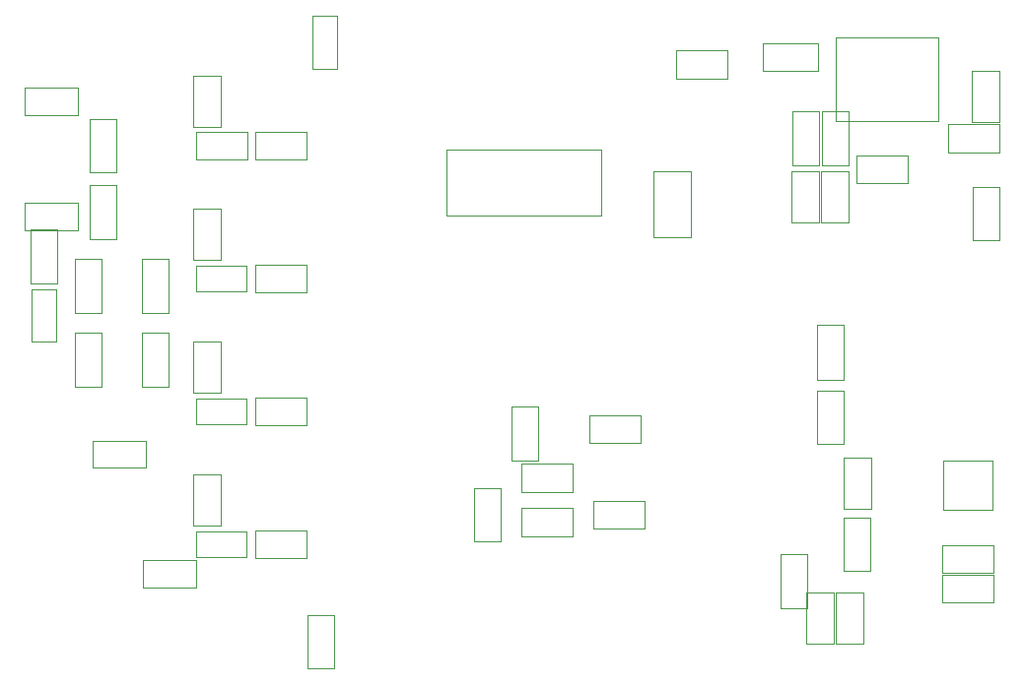
<source format=gbr>
G04 #@! TF.FileFunction,Other,User*
%FSLAX46Y46*%
G04 Gerber Fmt 4.6, Leading zero omitted, Abs format (unit mm)*
G04 Created by KiCad (PCBNEW 4.0.7) date 11/16/17 10:49:34*
%MOMM*%
%LPD*%
G01*
G04 APERTURE LIST*
%ADD10C,0.100000*%
%ADD11C,0.050000*%
G04 APERTURE END LIST*
D10*
D11*
X223051520Y-68188480D02*
X223051520Y-72588480D01*
X225451520Y-68188480D02*
X225451520Y-72588480D01*
X223051520Y-68188480D02*
X225451520Y-68188480D01*
X223051520Y-72588480D02*
X225451520Y-72588480D01*
X217561520Y-75411480D02*
X213161520Y-75411480D01*
X217561520Y-77811480D02*
X213161520Y-77811480D01*
X217561520Y-75411480D02*
X217561520Y-77811480D01*
X213161520Y-75411480D02*
X213161520Y-77811480D01*
X225435520Y-72744480D02*
X221035520Y-72744480D01*
X225435520Y-75144480D02*
X221035520Y-75144480D01*
X225435520Y-72744480D02*
X225435520Y-75144480D01*
X221035520Y-72744480D02*
X221035520Y-75144480D01*
X214402520Y-105862480D02*
X214402520Y-101462480D01*
X212002520Y-105862480D02*
X212002520Y-101462480D01*
X214402520Y-105862480D02*
X212002520Y-105862480D01*
X214402520Y-101462480D02*
X212002520Y-101462480D01*
X224827520Y-105889480D02*
X220627520Y-105889480D01*
X224827520Y-101689480D02*
X220627520Y-101689480D01*
X220627520Y-101689480D02*
X220627520Y-105889480D01*
X224827520Y-101689480D02*
X224827520Y-105889480D01*
X208891520Y-114394480D02*
X208891520Y-109694480D01*
X208891520Y-109694480D02*
X206591520Y-109694480D01*
X206591520Y-109694480D02*
X206591520Y-114394480D01*
X208891520Y-114394480D02*
X206591520Y-114394480D01*
X194955520Y-105129480D02*
X190555520Y-105129480D01*
X194955520Y-107529480D02*
X190555520Y-107529480D01*
X194955520Y-105129480D02*
X194955520Y-107529480D01*
X190555520Y-105129480D02*
X190555520Y-107529480D01*
X194574520Y-97763480D02*
X190174520Y-97763480D01*
X194574520Y-100163480D02*
X190174520Y-100163480D01*
X194574520Y-97763480D02*
X194574520Y-100163480D01*
X190174520Y-97763480D02*
X190174520Y-100163480D01*
X214352520Y-111169480D02*
X214352520Y-106569480D01*
X212052520Y-111169480D02*
X212052520Y-106569480D01*
X214352520Y-111169480D02*
X212052520Y-111169480D01*
X214352520Y-106569480D02*
X212052520Y-106569480D01*
X184332520Y-104354480D02*
X188732520Y-104354480D01*
X184332520Y-101954480D02*
X188732520Y-101954480D01*
X184332520Y-104354480D02*
X184332520Y-101954480D01*
X188732520Y-104354480D02*
X188732520Y-101954480D01*
X184332520Y-108164480D02*
X188732520Y-108164480D01*
X184332520Y-105764480D02*
X188732520Y-105764480D01*
X184332520Y-108164480D02*
X184332520Y-105764480D01*
X188732520Y-108164480D02*
X188732520Y-105764480D01*
X180302520Y-104029480D02*
X180302520Y-108629480D01*
X182602520Y-104029480D02*
X182602520Y-108629480D01*
X180302520Y-104029480D02*
X182602520Y-104029480D01*
X180302520Y-108629480D02*
X182602520Y-108629480D01*
X183477520Y-97044480D02*
X183477520Y-101644480D01*
X185777520Y-97044480D02*
X185777520Y-101644480D01*
X183477520Y-97044480D02*
X185777520Y-97044480D01*
X183477520Y-101644480D02*
X185777520Y-101644480D01*
X165951520Y-114951480D02*
X165951520Y-119551480D01*
X168251520Y-114951480D02*
X168251520Y-119551480D01*
X165951520Y-114951480D02*
X168251520Y-114951480D01*
X165951520Y-119551480D02*
X168251520Y-119551480D01*
X197667520Y-68794480D02*
X202067520Y-68794480D01*
X197667520Y-66394480D02*
X202067520Y-66394480D01*
X197667520Y-68794480D02*
X197667520Y-66394480D01*
X202067520Y-68794480D02*
X202067520Y-66394480D01*
X152129520Y-99972480D02*
X147529520Y-99972480D01*
X152129520Y-102272480D02*
X147529520Y-102272480D01*
X152129520Y-99972480D02*
X152129520Y-102272480D01*
X147529520Y-99972480D02*
X147529520Y-102272480D01*
X151847520Y-112559480D02*
X156447520Y-112559480D01*
X151847520Y-110259480D02*
X156447520Y-110259480D01*
X151847520Y-112559480D02*
X151847520Y-110259480D01*
X156447520Y-112559480D02*
X156447520Y-110259480D01*
X168532520Y-67939480D02*
X168532520Y-63439480D01*
X168532520Y-67939480D02*
X166432520Y-67939480D01*
X166432520Y-63439480D02*
X168532520Y-63439480D01*
X166432520Y-63439480D02*
X166432520Y-67939480D01*
X198927520Y-76789480D02*
X198927520Y-82489480D01*
X198927520Y-82489480D02*
X195727520Y-82489480D01*
X195727520Y-82489480D02*
X195727520Y-76789480D01*
X195727520Y-76789480D02*
X198927520Y-76789480D01*
X211367520Y-113019480D02*
X211367520Y-117419480D01*
X213767520Y-113019480D02*
X213767520Y-117419480D01*
X211367520Y-113019480D02*
X213767520Y-113019480D01*
X211367520Y-117419480D02*
X213767520Y-117419480D01*
X158522520Y-107259480D02*
X158522520Y-102859480D01*
X156122520Y-107259480D02*
X156122520Y-102859480D01*
X158522520Y-107259480D02*
X156122520Y-107259480D01*
X158522520Y-102859480D02*
X156122520Y-102859480D01*
X158522520Y-72969480D02*
X158522520Y-68569480D01*
X156122520Y-72969480D02*
X156122520Y-68569480D01*
X158522520Y-72969480D02*
X156122520Y-72969480D01*
X158522520Y-68569480D02*
X156122520Y-68569480D01*
X211342520Y-65264480D02*
X220142520Y-65264480D01*
X211342520Y-72464480D02*
X211342520Y-65264480D01*
X220142520Y-72464480D02*
X211342520Y-72464480D01*
X220142520Y-65264480D02*
X220142520Y-72464480D01*
X151727520Y-84344480D02*
X151727520Y-88944480D01*
X154027520Y-84344480D02*
X154027520Y-88944480D01*
X151727520Y-84344480D02*
X154027520Y-84344480D01*
X151727520Y-88944480D02*
X154027520Y-88944480D01*
X156442520Y-109979480D02*
X160742520Y-109979480D01*
X156442520Y-109979480D02*
X156442520Y-107769480D01*
X160742520Y-107769480D02*
X160742520Y-109979480D01*
X160742520Y-107769480D02*
X156442520Y-107769480D01*
X212497520Y-81224480D02*
X212497520Y-76824480D01*
X210097520Y-81224480D02*
X210097520Y-76824480D01*
X212497520Y-81224480D02*
X210097520Y-81224480D01*
X212497520Y-76824480D02*
X210097520Y-76824480D01*
X209957520Y-81224480D02*
X209957520Y-76824480D01*
X207557520Y-81224480D02*
X207557520Y-76824480D01*
X209957520Y-81224480D02*
X207557520Y-81224480D01*
X209957520Y-76824480D02*
X207557520Y-76824480D01*
X212066520Y-100247480D02*
X212066520Y-95647480D01*
X209766520Y-100247480D02*
X209766520Y-95647480D01*
X212066520Y-100247480D02*
X209766520Y-100247480D01*
X212066520Y-95647480D02*
X209766520Y-95647480D01*
X149582520Y-76879480D02*
X149582520Y-72279480D01*
X147282520Y-76879480D02*
X147282520Y-72279480D01*
X149582520Y-76879480D02*
X147282520Y-76879480D01*
X149582520Y-72279480D02*
X147282520Y-72279480D01*
X154027520Y-95294480D02*
X154027520Y-90694480D01*
X151727520Y-95294480D02*
X151727520Y-90694480D01*
X154027520Y-95294480D02*
X151727520Y-95294480D01*
X154027520Y-90694480D02*
X151727520Y-90694480D01*
X220527520Y-111339480D02*
X224927520Y-111339480D01*
X220527520Y-108939480D02*
X224927520Y-108939480D01*
X220527520Y-111339480D02*
X220527520Y-108939480D01*
X224927520Y-111339480D02*
X224927520Y-108939480D01*
X161472520Y-75779480D02*
X165872520Y-75779480D01*
X161472520Y-73379480D02*
X165872520Y-73379480D01*
X161472520Y-75779480D02*
X161472520Y-73379480D01*
X165872520Y-75779480D02*
X165872520Y-73379480D01*
X210147520Y-71644480D02*
X210147520Y-76244480D01*
X212447520Y-71644480D02*
X212447520Y-76244480D01*
X210147520Y-71644480D02*
X212447520Y-71644480D01*
X210147520Y-76244480D02*
X212447520Y-76244480D01*
X223101520Y-78121480D02*
X223101520Y-82721480D01*
X225401520Y-78121480D02*
X225401520Y-82721480D01*
X223101520Y-78121480D02*
X225401520Y-78121480D01*
X223101520Y-82721480D02*
X225401520Y-82721480D01*
X147282520Y-77994480D02*
X147282520Y-82594480D01*
X149582520Y-77994480D02*
X149582520Y-82594480D01*
X147282520Y-77994480D02*
X149582520Y-77994480D01*
X147282520Y-82594480D02*
X149582520Y-82594480D01*
X146287520Y-79525480D02*
X141687520Y-79525480D01*
X146287520Y-81825480D02*
X141687520Y-81825480D01*
X146287520Y-79525480D02*
X146287520Y-81825480D01*
X141687520Y-79525480D02*
X141687520Y-81825480D01*
X146287520Y-69619480D02*
X141687520Y-69619480D01*
X146287520Y-71919480D02*
X141687520Y-71919480D01*
X146287520Y-69619480D02*
X146287520Y-71919480D01*
X141687520Y-69619480D02*
X141687520Y-71919480D01*
X207607520Y-71644480D02*
X207607520Y-76244480D01*
X209907520Y-71644480D02*
X209907520Y-76244480D01*
X207607520Y-71644480D02*
X209907520Y-71644480D01*
X207607520Y-76244480D02*
X209907520Y-76244480D01*
X209766520Y-90009480D02*
X209766520Y-94709480D01*
X209766520Y-94709480D02*
X212066520Y-94709480D01*
X212066520Y-94709480D02*
X212066520Y-90009480D01*
X209766520Y-90009480D02*
X212066520Y-90009480D01*
X208827520Y-113019480D02*
X208827520Y-117419480D01*
X211227520Y-113019480D02*
X211227520Y-117419480D01*
X208827520Y-113019480D02*
X211227520Y-113019480D01*
X208827520Y-117419480D02*
X211227520Y-117419480D01*
X220527520Y-113879480D02*
X224927520Y-113879480D01*
X220527520Y-111479480D02*
X224927520Y-111479480D01*
X220527520Y-113879480D02*
X220527520Y-111479480D01*
X224927520Y-113879480D02*
X224927520Y-111479480D01*
X144502520Y-86404480D02*
X144502520Y-81804480D01*
X142202520Y-86404480D02*
X142202520Y-81804480D01*
X144502520Y-86404480D02*
X142202520Y-86404480D01*
X144502520Y-81804480D02*
X142202520Y-81804480D01*
X146012520Y-84344480D02*
X146012520Y-88944480D01*
X148312520Y-84344480D02*
X148312520Y-88944480D01*
X146012520Y-84344480D02*
X148312520Y-84344480D01*
X146012520Y-88944480D02*
X148312520Y-88944480D01*
X148312520Y-95294480D02*
X148312520Y-90694480D01*
X146012520Y-95294480D02*
X146012520Y-90694480D01*
X148312520Y-95294480D02*
X146012520Y-95294480D01*
X148312520Y-90694480D02*
X146012520Y-90694480D01*
X158522520Y-84399480D02*
X158522520Y-79999480D01*
X156122520Y-84399480D02*
X156122520Y-79999480D01*
X158522520Y-84399480D02*
X156122520Y-84399480D01*
X158522520Y-79999480D02*
X156122520Y-79999480D01*
X161472520Y-87209480D02*
X165872520Y-87209480D01*
X161472520Y-84809480D02*
X165872520Y-84809480D01*
X161472520Y-87209480D02*
X161472520Y-84809480D01*
X165872520Y-87209480D02*
X165872520Y-84809480D01*
X158522520Y-95829480D02*
X158522520Y-91429480D01*
X156122520Y-95829480D02*
X156122520Y-91429480D01*
X158522520Y-95829480D02*
X156122520Y-95829480D01*
X158522520Y-91429480D02*
X156122520Y-91429480D01*
X161472520Y-98639480D02*
X165872520Y-98639480D01*
X161472520Y-96239480D02*
X165872520Y-96239480D01*
X161472520Y-98639480D02*
X161472520Y-96239480D01*
X165872520Y-98639480D02*
X165872520Y-96239480D01*
X161472520Y-110069480D02*
X165872520Y-110069480D01*
X161472520Y-107669480D02*
X165872520Y-107669480D01*
X161472520Y-110069480D02*
X161472520Y-107669480D01*
X165872520Y-110069480D02*
X165872520Y-107669480D01*
X156392520Y-75779480D02*
X160792520Y-75779480D01*
X156392520Y-73379480D02*
X160792520Y-73379480D01*
X156392520Y-75779480D02*
X156392520Y-73379480D01*
X160792520Y-75779480D02*
X160792520Y-73379480D01*
X209837520Y-65809480D02*
X205137520Y-65809480D01*
X205137520Y-65809480D02*
X205137520Y-68109480D01*
X205137520Y-68109480D02*
X209837520Y-68109480D01*
X209837520Y-65809480D02*
X209837520Y-68109480D01*
X156442520Y-87119480D02*
X160742520Y-87119480D01*
X156442520Y-87119480D02*
X156442520Y-84909480D01*
X160742520Y-84909480D02*
X160742520Y-87119480D01*
X160742520Y-84909480D02*
X156442520Y-84909480D01*
X156442520Y-98549480D02*
X160742520Y-98549480D01*
X156442520Y-98549480D02*
X156442520Y-96339480D01*
X160742520Y-96339480D02*
X160742520Y-98549480D01*
X160742520Y-96339480D02*
X156442520Y-96339480D01*
X144402520Y-91434480D02*
X144402520Y-86934480D01*
X144402520Y-91434480D02*
X142302520Y-91434480D01*
X142302520Y-86934480D02*
X144402520Y-86934480D01*
X142302520Y-86934480D02*
X142302520Y-91434480D01*
X177947520Y-74884480D02*
X191247520Y-74884480D01*
X191247520Y-74884480D02*
X191247520Y-80584480D01*
X191247520Y-80584480D02*
X177947520Y-80584480D01*
X177947520Y-80584480D02*
X177947520Y-74884480D01*
M02*

</source>
